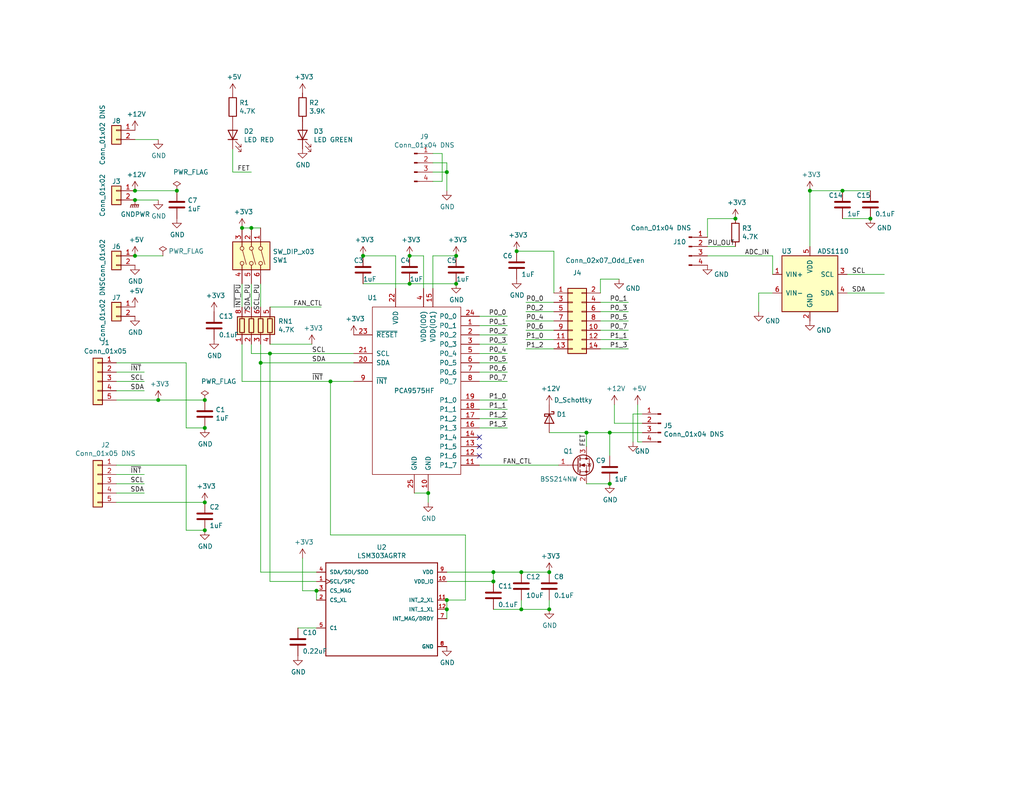
<source format=kicad_sch>
(kicad_sch (version 20230121) (generator eeschema)
  (paper "USLetter")
  (title_block (title "GPIO + Fan Controller + Accelerometer + Temp + Magnetic") (date "2020-12-29") (rev "1.6") (comment 1 "© 2020 Aaron Williams"))
  (lib_symbols
    (symbol "Analog_ADC:ADS1110" (pin_names (offset 1.016))
      (property "Reference" "U" (at -7.62 8.89 0))
      (property "Value" "ADS1110" (at 1.27 8.89 0))
      (symbol "ADS1110_1_1"
        (pin input line (at -10.16 2.54 0) (length 2.54) (name "VIN+") (number "1"))
        (pin power_in line (at 0 -10.16 90) (length 2.54) (name "GND") (number "2"))
        (pin input line (at 10.16 2.54 180) (length 2.54) (name "SCL") (number "3"))
        (pin bidirectional line (at 10.16 -2.54 180) (length 2.54) (name "SDA") (number "4"))
        (pin power_in line (at 0 10.16 270) (length 2.54) (name "VDD") (number "5"))
        (pin input line (at -10.16 -2.54 0) (length 2.54) (name "VIN-") (number "6"))
      )
    )
    (symbol "Connector_Generic:Conn_01x02" (pin_names (offset 1.016) hide)
      (property "Reference" "J" (at 0 2.54 0))
      (property "Value" "Conn_01x02" (at 0 -5.08 0))
      (symbol "Conn_01x02_1_1"
        (pin passive line (at -5.08 0 0) (length 3.81) (name "Pin_1") (number "1"))
        (pin passive line (at -5.08 -2.54 0) (length 3.81) (name "Pin_2") (number "2"))
      )
    )
    (symbol "Connector_Generic:Conn_01x05" (pin_names (offset 1.016) hide)
      (property "Reference" "J" (at 0 7.62 0))
      (property "Value" "Conn_01x05" (at 0 -7.62 0))
      (symbol "Conn_01x05_1_1"
        (pin passive line (at -5.08 5.08 0) (length 3.81) (name "Pin_1") (number "1"))
        (pin passive line (at -5.08 2.54 0) (length 3.81) (name "Pin_2") (number "2"))
        (pin passive line (at -5.08 0 0) (length 3.81) (name "Pin_3") (number "3"))
        (pin passive line (at -5.08 -2.54 0) (length 3.81) (name "Pin_4") (number "4"))
        (pin passive line (at -5.08 -5.08 0) (length 3.81) (name "Pin_5") (number "5"))
      )
    )
    (symbol "Connector_Generic:Conn_02x07_Odd_Even" (pin_names (offset 1.016) hide)
      (property "Reference" "J" (at 1.27 10.16 0))
      (property "Value" "Conn_02x07_Odd_Even" (at 1.27 -10.16 0))
      (symbol "Conn_02x07_Odd_Even_1_1"
        (pin passive line (at -5.08 7.62 0) (length 3.81) (name "Pin_1") (number "1"))
        (pin passive line (at 7.62 -2.54 180) (length 3.81) (name "Pin_10") (number "10"))
        (pin passive line (at -5.08 -5.08 0) (length 3.81) (name "Pin_11") (number "11"))
        (pin passive line (at 7.62 -5.08 180) (length 3.81) (name "Pin_12") (number "12"))
        (pin passive line (at -5.08 -7.62 0) (length 3.81) (name "Pin_13") (number "13"))
        (pin passive line (at 7.62 -7.62 180) (length 3.81) (name "Pin_14") (number "14"))
        (pin passive line (at 7.62 7.62 180) (length 3.81) (name "Pin_2") (number "2"))
        (pin passive line (at -5.08 5.08 0) (length 3.81) (name "Pin_3") (number "3"))
        (pin passive line (at 7.62 5.08 180) (length 3.81) (name "Pin_4") (number "4"))
        (pin passive line (at -5.08 2.54 0) (length 3.81) (name "Pin_5") (number "5"))
        (pin passive line (at 7.62 2.54 180) (length 3.81) (name "Pin_6") (number "6"))
        (pin passive line (at -5.08 0 0) (length 3.81) (name "Pin_7") (number "7"))
        (pin passive line (at 7.62 0 180) (length 3.81) (name "Pin_8") (number "8"))
        (pin passive line (at -5.08 -2.54 0) (length 3.81) (name "Pin_9") (number "9"))
      )
    )
    (symbol "Device:C" (pin_numbers hide) (pin_names (offset 0.254))
      (property "Reference" "C" (at 0.635 2.54 0))
      (property "Value" "C" (at 0.635 -2.54 0))
      (symbol "C_1_1"
        (pin passive line (at 0 3.81 270) (length 2.794) (name "~") (number "1"))
        (pin passive line (at 0 -3.81 90) (length 2.794) (name "~") (number "2"))
      )
    )
    (symbol "Device:D_Schottky" (pin_numbers hide) (pin_names (offset 1.016) hide)
      (property "Reference" "D" (at 0 2.54 0))
      (property "Value" "D_Schottky" (at 0 -2.54 0))
      (symbol "D_Schottky_1_1"
        (pin passive line (at -3.81 0 0) (length 2.54) (name "K") (number "1"))
        (pin passive line (at 3.81 0 180) (length 2.54) (name "A") (number "2"))
      )
    )
    (symbol "Device:LED" (pin_numbers hide) (pin_names (offset 1.016) hide)
      (property "Reference" "D" (at 0 2.54 0))
      (property "Value" "LED" (at 0 -2.54 0))
      (symbol "LED_1_1"
        (pin passive line (at -3.81 0 0) (length 2.54) (name "K") (number "1"))
        (pin passive line (at 3.81 0 180) (length 2.54) (name "A") (number "2"))
      )
    )
    (symbol "Device:R" (pin_numbers hide) (pin_names (offset 0))
      (property "Reference" "R" (at 2.032 0 90))
      (property "Value" "R" (at 0 0 90))
      (symbol "R_1_1"
        (pin passive line (at 0 3.81 270) (length 1.27) (name "~") (number "1"))
        (pin passive line (at 0 -3.81 90) (length 1.27) (name "~") (number "2"))
      )
    )
    (symbol "Device:R_Pack04" (pin_names (offset 0) hide)
      (property "Reference" "RN" (at -7.62 0 90))
      (property "Value" "R_Pack04" (at 5.08 0 90))
      (symbol "R_Pack04_1_1"
        (pin passive line (at -5.08 -5.08 90) (length 2.54) (name "R1.1") (number "1"))
        (pin passive line (at -2.54 -5.08 90) (length 2.54) (name "R2.1") (number "2"))
        (pin passive line (at 0 -5.08 90) (length 2.54) (name "R3.1") (number "3"))
        (pin passive line (at 2.54 -5.08 90) (length 2.54) (name "R4.1") (number "4"))
        (pin passive line (at 2.54 5.08 270) (length 2.54) (name "R4.2") (number "5"))
        (pin passive line (at 0 5.08 270) (length 2.54) (name "R3.2") (number "6"))
        (pin passive line (at -2.54 5.08 270) (length 2.54) (name "R2.2") (number "7"))
        (pin passive line (at -5.08 5.08 270) (length 2.54) (name "R1.2") (number "8"))
      )
    )
    (symbol "Switch:SW_DIP_x03" (pin_names (offset 0) hide)
      (property "Reference" "SW" (at 0 8.89 0))
      (property "Value" "SW_DIP_x03" (at 0 -3.81 0))
      (symbol "SW_DIP_x03_1_1"
        (pin passive line (at -7.62 5.08 0) (length 5.08) (name "~") (number "1"))
        (pin passive line (at -7.62 2.54 0) (length 5.08) (name "~") (number "2"))
        (pin passive line (at -7.62 0 0) (length 5.08) (name "~") (number "3"))
        (pin passive line (at 7.62 0 180) (length 5.08) (name "~") (number "4"))
        (pin passive line (at 7.62 2.54 180) (length 5.08) (name "~") (number "5"))
        (pin passive line (at 7.62 5.08 180) (length 5.08) (name "~") (number "6"))
      )
    )
    (symbol "Transistor_FET:BSS214NW" (pin_names hide)
      (property "Reference" "Q" (at 5.08 1.905 0))
      (property "Value" "BSS214NW" (at 5.08 0 0))
      (symbol "BSS214NW_1_1"
        (pin input line (at -5.08 0 0) (length 2.54) (name "G") (number "1"))
        (pin passive line (at 2.54 -5.08 90) (length 2.54) (name "S") (number "2"))
        (pin passive line (at 2.54 5.08 270) (length 2.54) (name "D") (number "3"))
      )
    )
    (symbol "gpio-fan-rescue:+3.3V-power" (power) (pin_names (offset 0))
      (property "Value" "+3.3V-power" (at 0 3.556 0))
      (symbol "+3.3V-power_1_1"
        (pin power_in line (at 0 0 90) (length 0) hide (name "+3V3") (number "1"))
      )
    )
    (symbol "gpio-fan-rescue:Conn_01x04_Male-Connector" (pin_names (offset 1.016) hide)
      (property "Reference" "J" (at 0 5.08 0))
      (property "Value" "Connector_Conn_01x04_Male" (at 0 -7.62 0))
      (symbol "Conn_01x04_Male-Connector_1_1"
        (pin passive line (at 5.08 2.54 180) (length 3.81) (name "Pin_1") (number "1"))
        (pin passive line (at 5.08 0 180) (length 3.81) (name "Pin_2") (number "2"))
        (pin passive line (at 5.08 -2.54 180) (length 3.81) (name "Pin_3") (number "3"))
        (pin passive line (at 5.08 -5.08 180) (length 3.81) (name "Pin_4") (number "4"))
      )
    )
    (symbol "gpio-fan-rescue:LSM303AGRTR-Aaron" (pin_names (offset 1.016))
      (property "Reference" "U" (at -15.2908 13.2588 0))
      (property "Value" "Aaron_LSM303AGRTR" (at -15.2908 -15.0876 0))
      (symbol "LSM303AGRTR-Aaron_0_0"
        (pin bidirectional clock (at -17.78 7.62 0) (length 2.54) (name "SCL/SPC") (number "1"))
        (pin power_in line (at 17.78 7.62 180) (length 2.54) (name "VDD_IO") (number "10"))
        (pin output line (at 17.78 2.54 180) (length 2.54) (name "INT_2_XL") (number "11"))
        (pin output line (at 17.78 0 180) (length 2.54) (name "INT_1_XL") (number "12"))
        (pin input line (at -17.78 2.54 0) (length 2.54) (name "CS_XL") (number "2"))
        (pin input line (at -17.78 5.08 0) (length 2.54) (name "CS_MAG") (number "3"))
        (pin bidirectional line (at -17.78 10.16 0) (length 2.54) (name "SDA/SDI/SDO") (number "4"))
        (pin passive line (at -17.78 -5.08 0) (length 2.54) (name "C1") (number "5"))
        (pin power_in line (at 17.78 -10.16 180) (length 2.54) (name "GND") (number "6"))
        (pin output line (at 17.78 -2.54 180) (length 2.54) (name "INT_MAG/DRDY") (number "7"))
        (pin power_in line (at 17.78 -10.16 180) (length 2.54) (name "GND") (number "8"))
        (pin power_in line (at 17.78 10.16 180) (length 2.54) (name "VDD") (number "9"))
      )
    )
    (symbol "gpio-fan-rescue:PCA9575HF-Aaron" (pin_names (offset 1.016))
      (property "Reference" "U" (at -11.43 24.13 0))
      (property "Value" "Aaron_PCA9575HF" (at 0 0 0))
      (symbol "PCA9575HF-Aaron_1_1"
        (pin bidirectional line (at 17.78 17.78 180) (length 5.08) (name "P0_1") (number "1"))
        (pin power_in line (at 3.81 -27.94 90) (length 5.08) (name "GND") (number "10"))
        (pin bidirectional line (at 17.78 -20.32 180) (length 5.08) (name "P1_7") (number "11"))
        (pin bidirectional line (at 17.78 -17.78 180) (length 5.08) (name "P1_6") (number "12"))
        (pin bidirectional line (at 17.78 -15.24 180) (length 5.08) (name "P1_5") (number "13"))
        (pin bidirectional line (at 17.78 -12.7 180) (length 5.08) (name "P1_4") (number "14"))
        (pin power_in line (at 5.08 27.94 270) (length 5.08) (name "VDD(IO1)") (number "15"))
        (pin bidirectional line (at 17.78 -10.16 180) (length 5.08) (name "P1_3") (number "16"))
        (pin bidirectional line (at 17.78 -7.62 180) (length 5.08) (name "P1_2") (number "17"))
        (pin bidirectional line (at 17.78 -5.08 180) (length 5.08) (name "P1_1") (number "18"))
        (pin bidirectional line (at 17.78 -2.54 180) (length 5.08) (name "P1_0") (number "19"))
        (pin bidirectional line (at 17.78 15.24 180) (length 5.08) (name "P0_2") (number "2"))
        (pin bidirectional line (at -16.51 7.62 0) (length 5.08) (name "SDA") (number "20"))
        (pin input line (at -16.51 10.16 0) (length 5.08) (name "SCL") (number "21"))
        (pin power_in line (at -5.08 27.94 270) (length 5.08) (name "VDD") (number "22"))
        (pin input line (at -16.51 15.24 0) (length 5.08) (name "~{RESET}") (number "23"))
        (pin bidirectional line (at 17.78 20.32 180) (length 5.08) (name "P0_0") (number "24"))
        (pin power_in line (at 0 -27.94 90) (length 5.08) (name "GND") (number "25"))
        (pin bidirectional line (at 17.78 12.7 180) (length 5.08) (name "P0_3") (number "3"))
        (pin power_in line (at 2.54 27.94 270) (length 5.08) (name "VDD(IO0)") (number "4"))
        (pin bidirectional line (at 17.78 10.16 180) (length 5.08) (name "P0_4") (number "5"))
        (pin bidirectional line (at 17.78 7.62 180) (length 5.08) (name "P0_5") (number "6"))
        (pin bidirectional line (at 17.78 5.08 180) (length 5.08) (name "P0_6") (number "7"))
        (pin bidirectional line (at 17.78 2.54 180) (length 5.08) (name "P0_7") (number "8"))
        (pin open_collector line (at -16.51 2.54 0) (length 5.08) (name "~{INT}") (number "9"))
      )
    )
    (symbol "power:+12V" (power) (pin_names (offset 0))
      (property "Value" "+12V" (at 0 3.556 0))
      (symbol "+12V_1_1"
        (pin power_in line (at 0 0 90) (length 0) hide (name "+12V") (number "1"))
      )
    )
    (symbol "power:+5V" (power) (pin_names (offset 0))
      (property "Value" "+5V" (at 0 3.556 0))
      (symbol "+5V_1_1"
        (pin power_in line (at 0 0 90) (length 0) hide (name "+5V") (number "1"))
      )
    )
    (symbol "power:GND" (power) (pin_names (offset 0))
      (property "Value" "GND" (at 0 -3.81 0))
      (symbol "GND_1_1"
        (pin power_in line (at 0 0 270) (length 0) hide (name "GND") (number "1"))
      )
    )
    (symbol "power:GNDPWR" (power) (pin_names (offset 0))
      (property "Value" "GNDPWR" (at 0 -3.302 0))
      (symbol "GNDPWR_1_1"
        (pin power_in line (at 0 0 270) (length 0) hide (name "GNDPWR") (number "1"))
      )
    )
    (symbol "power:PWR_FLAG" (power) (pin_numbers hide) (pin_names (offset 0) hide)
      (property "Value" "PWR_FLAG" (at 0 3.81 0))
      (symbol "PWR_FLAG_0_0"
        (pin power_out line (at 0 0 90) (length 0) (name "pwr") (number "1"))
      )
    )
  )
  (junction (at 237.49 59.69))
  (junction (at 149.86 166.37))
  (junction (at 36.83 54.61))
  (junction (at 140.97 68.58))
  (junction (at 68.58 62.23))
  (junction (at 55.88 116.84))
  (junction (at 121.92 46.99))
  (junction (at 160.02 118.11))
  (junction (at 142.24 166.37))
  (junction (at 111.76 77.47))
  (junction (at 90.17 104.14))
  (junction (at 55.88 137.16))
  (junction (at 43.18 109.22))
  (junction (at 229.87 52.07))
  (junction (at 111.76 69.85))
  (junction (at 71.12 99.06))
  (junction (at 121.92 163.83))
  (junction (at 149.86 156.21))
  (junction (at 73.66 96.52))
  (junction (at 220.98 52.07))
  (junction (at 86.36 161.29))
  (junction (at 200.66 59.69))
  (junction (at 124.46 77.47))
  (junction (at 121.92 166.37))
  (junction (at 55.88 144.78))
  (junction (at 36.83 69.85))
  (junction (at 166.37 118.11))
  (junction (at 36.83 52.07))
  (junction (at 124.46 69.85))
  (junction (at 142.24 156.21))
  (junction (at 66.04 62.23))
  (junction (at 48.26 52.07))
  (junction (at 134.62 158.75))
  (junction (at 116.84 134.62))
  (junction (at 166.37 132.08))
  (junction (at 99.06 69.85))
  (junction (at 55.88 109.22))
  (junction (at 134.62 156.21))
  (no_connect (at 130.81 124.46))
  (no_connect (at 130.81 121.92))
  (no_connect (at 130.81 119.38))
  (wire (pts (xy 130.81 114.3) (xy 138.43 114.3)))
  (wire (pts (xy 120.65 41.91) (xy 120.65 49.53)))
  (wire (pts (xy 66.04 77.47) (xy 66.04 83.82)))
  (wire (pts (xy 166.37 118.11) (xy 166.37 124.46)))
  (wire (pts (xy 121.92 158.75) (xy 134.62 158.75)))
  (wire (pts (xy 73.66 93.98) (xy 85.09 93.98)))
  (wire (pts (xy 63.5 46.99) (xy 68.58 46.99)))
  (wire (pts (xy 50.8 127) (xy 50.8 144.78)))
  (wire (pts (xy 71.12 99.06) (xy 71.12 156.21)))
  (wire (pts (xy 107.95 69.85) (xy 107.95 78.74)))
  (wire (pts (xy 73.66 158.75) (xy 86.36 158.75)))
  (wire (pts (xy 31.75 132.08) (xy 39.37 132.08)))
  (wire (pts (xy 173.99 120.65) (xy 175.26 120.65)))
  (wire (pts (xy 36.83 52.07) (xy 48.26 52.07)))
  (wire (pts (xy 118.11 69.85) (xy 124.46 69.85)))
  (wire (pts (xy 116.84 137.16) (xy 116.84 134.62)))
  (wire (pts (xy 167.64 115.57) (xy 175.26 115.57)))
  (wire (pts (xy 231.14 74.93) (xy 241.3 74.93)))
  (wire (pts (xy 55.88 109.22) (xy 43.18 109.22)))
  (wire (pts (xy 143.51 82.55) (xy 151.13 82.55)))
  (wire (pts (xy 31.75 134.62) (xy 39.37 134.62)))
  (wire (pts (xy 31.75 104.14) (xy 39.37 104.14)))
  (wire (pts (xy 130.81 91.44) (xy 138.43 91.44)))
  (wire (pts (xy 50.8 116.84) (xy 55.88 116.84)))
  (wire (pts (xy 31.75 127) (xy 50.8 127)))
  (wire (pts (xy 66.04 104.14) (xy 66.04 93.98)))
  (wire (pts (xy 73.66 83.82) (xy 87.63 83.82)))
  (wire (pts (xy 151.13 68.58) (xy 151.13 80.01)))
  (wire (pts (xy 241.3 80.01) (xy 231.14 80.01)))
  (wire (pts (xy 237.49 59.69) (xy 229.87 59.69)))
  (wire (pts (xy 130.81 99.06) (xy 138.43 99.06)))
  (wire (pts (xy 167.64 110.49) (xy 167.64 115.57)))
  (wire (pts (xy 130.81 111.76) (xy 138.43 111.76)))
  (wire (pts (xy 142.24 163.83) (xy 142.24 166.37)))
  (wire (pts (xy 31.75 129.54) (xy 39.37 129.54)))
  (wire (pts (xy 143.51 90.17) (xy 151.13 90.17)))
  (wire (pts (xy 127 163.83) (xy 121.92 163.83)))
  (wire (pts (xy 163.83 82.55) (xy 171.45 82.55)))
  (wire (pts (xy 130.81 86.36) (xy 138.43 86.36)))
  (wire (pts (xy 121.92 46.99) (xy 121.92 44.45)))
  (wire (pts (xy 207.01 80.01) (xy 210.82 80.01)))
  (wire (pts (xy 50.8 144.78) (xy 55.88 144.78)))
  (wire (pts (xy 99.06 69.85) (xy 107.95 69.85)))
  (wire (pts (xy 71.12 93.98) (xy 71.12 99.06)))
  (wire (pts (xy 66.04 104.14) (xy 90.17 104.14)))
  (wire (pts (xy 130.81 88.9) (xy 138.43 88.9)))
  (wire (pts (xy 149.86 166.37) (xy 142.24 166.37)))
  (wire (pts (xy 31.75 106.68) (xy 39.37 106.68)))
  (wire (pts (xy 163.83 95.25) (xy 171.45 95.25)))
  (wire (pts (xy 143.51 85.09) (xy 151.13 85.09)))
  (wire (pts (xy 207.01 85.09) (xy 207.01 80.01)))
  (wire (pts (xy 118.11 78.74) (xy 118.11 69.85)))
  (wire (pts (xy 82.55 152.4) (xy 82.55 161.29)))
  (wire (pts (xy 66.04 62.23) (xy 68.58 62.23)))
  (wire (pts (xy 143.51 87.63) (xy 151.13 87.63)))
  (wire (pts (xy 143.51 92.71) (xy 151.13 92.71)))
  (wire (pts (xy 163.83 92.71) (xy 171.45 92.71)))
  (wire (pts (xy 71.12 77.47) (xy 71.12 83.82)))
  (wire (pts (xy 134.62 156.21) (xy 142.24 156.21)))
  (wire (pts (xy 237.49 52.07) (xy 229.87 52.07)))
  (wire (pts (xy 118.11 46.99) (xy 121.92 46.99)))
  (wire (pts (xy 160.02 132.08) (xy 166.37 132.08)))
  (wire (pts (xy 115.57 78.74) (xy 115.57 69.85)))
  (wire (pts (xy 73.66 96.52) (xy 68.58 96.52)))
  (wire (pts (xy 31.75 99.06) (xy 50.8 99.06)))
  (wire (pts (xy 121.92 168.91) (xy 121.92 166.37)))
  (wire (pts (xy 149.86 163.83) (xy 149.86 166.37)))
  (wire (pts (xy 142.24 156.21) (xy 149.86 156.21)))
  (wire (pts (xy 152.4 127) (xy 130.81 127)))
  (wire (pts (xy 82.55 161.29) (xy 86.36 161.29)))
  (wire (pts (xy 121.92 52.07) (xy 121.92 46.99)))
  (wire (pts (xy 111.76 69.85) (xy 115.57 69.85)))
  (wire (pts (xy 73.66 96.52) (xy 73.66 158.75)))
  (wire (pts (xy 130.81 93.98) (xy 138.43 93.98)))
  (wire (pts (xy 111.76 77.47) (xy 99.06 77.47)))
  (wire (pts (xy 124.46 77.47) (xy 111.76 77.47)))
  (wire (pts (xy 43.18 38.1) (xy 36.83 38.1)))
  (wire (pts (xy 36.83 69.85) (xy 44.45 69.85)))
  (wire (pts (xy 140.97 68.58) (xy 151.13 68.58)))
  (wire (pts (xy 210.82 69.85) (xy 210.82 74.93)))
  (wire (pts (xy 63.5 40.64) (xy 63.5 46.99)))
  (wire (pts (xy 160.02 118.11) (xy 160.02 121.92)))
  (wire (pts (xy 160.02 118.11) (xy 149.86 118.11)))
  (wire (pts (xy 86.36 161.29) (xy 86.36 163.83)))
  (wire (pts (xy 127 146.05) (xy 127 163.83)))
  (wire (pts (xy 229.87 52.07) (xy 220.98 52.07)))
  (wire (pts (xy 121.92 166.37) (xy 121.92 163.83)))
  (wire (pts (xy 118.11 44.45) (xy 121.92 44.45)))
  (wire (pts (xy 90.17 104.14) (xy 96.52 104.14)))
  (wire (pts (xy 130.81 109.22) (xy 138.43 109.22)))
  (wire (pts (xy 130.81 116.84) (xy 138.43 116.84)))
  (wire (pts (xy 130.81 104.14) (xy 138.43 104.14)))
  (wire (pts (xy 163.83 87.63) (xy 171.45 87.63)))
  (wire (pts (xy 68.58 83.82) (xy 68.58 77.47)))
  (wire (pts (xy 121.92 156.21) (xy 134.62 156.21)))
  (wire (pts (xy 200.66 67.31) (xy 193.04 67.31)))
  (wire (pts (xy 166.37 118.11) (xy 160.02 118.11)))
  (wire (pts (xy 172.72 113.03) (xy 172.72 120.65)))
  (wire (pts (xy 31.75 109.22) (xy 43.18 109.22)))
  (wire (pts (xy 120.65 49.53) (xy 118.11 49.53)))
  (wire (pts (xy 130.81 96.52) (xy 138.43 96.52)))
  (wire (pts (xy 31.75 137.16) (xy 55.88 137.16)))
  (wire (pts (xy 172.72 113.03) (xy 175.26 113.03)))
  (wire (pts (xy 142.24 166.37) (xy 134.62 166.37)))
  (wire (pts (xy 130.81 101.6) (xy 138.43 101.6)))
  (wire (pts (xy 90.17 104.14) (xy 90.17 146.05)))
  (wire (pts (xy 116.84 134.62) (xy 113.03 134.62)))
  (wire (pts (xy 200.66 59.69) (xy 193.04 59.69)))
  (wire (pts (xy 31.75 101.6) (xy 39.37 101.6)))
  (wire (pts (xy 43.18 54.61) (xy 36.83 54.61)))
  (wire (pts (xy 86.36 171.45) (xy 81.28 171.45)))
  (wire (pts (xy 193.04 69.85) (xy 210.82 69.85)))
  (wire (pts (xy 90.17 146.05) (xy 127 146.05)))
  (wire (pts (xy 71.12 156.21) (xy 86.36 156.21)))
  (wire (pts (xy 166.37 118.11) (xy 175.26 118.11)))
  (wire (pts (xy 163.83 90.17) (xy 171.45 90.17)))
  (wire (pts (xy 220.98 52.07) (xy 220.98 67.31)))
  (wire (pts (xy 143.51 95.25) (xy 151.13 95.25)))
  (wire (pts (xy 163.83 76.2) (xy 163.83 80.01)))
  (wire (pts (xy 73.66 96.52) (xy 96.52 96.52)))
  (wire (pts (xy 68.58 96.52) (xy 68.58 93.98)))
  (wire (pts (xy 168.91 76.2) (xy 163.83 76.2)))
  (wire (pts (xy 71.12 62.23) (xy 68.58 62.23)))
  (wire (pts (xy 71.12 99.06) (xy 96.52 99.06)))
  (wire (pts (xy 173.99 110.49) (xy 173.99 120.65)))
  (wire (pts (xy 163.83 85.09) (xy 171.45 85.09)))
  (wire (pts (xy 50.8 99.06) (xy 50.8 116.84)))
  (wire (pts (xy 193.04 59.69) (xy 193.04 64.77)))
  (wire (pts (xy 134.62 158.75) (xy 134.62 156.21)))
  (wire (pts (xy 118.11 41.91) (xy 120.65 41.91)))
  (label "P0_4" (at 133.35 96.52 0))
  (label "P0_5" (at 166.37 87.63 0))
  (label "SCL_PU" (at 71.12 77.47 270))
  (label "SDA" (at 85.09 99.06 0))
  (label "FET" (at 64.77 46.99 0))
  (label "P0_1" (at 166.37 82.55 0))
  (label "P0_7" (at 166.37 90.17 0))
  (label "PU_OUT" (at 193.04 67.31 0))
  (label "~{INT_PU}" (at 66.04 77.47 270))
  (label "SDA" (at 232.41 80.01 0))
  (label "P0_7" (at 133.35 104.14 0))
  (label "SCL" (at 35.56 132.08 0))
  (label "SDA" (at 35.56 134.62 0))
  (label "P1_0" (at 133.35 109.22 0))
  (label "FET" (at 160.02 121.92 90))
  (label "P0_2" (at 143.51 85.09 0))
  (label "P0_1" (at 133.35 88.9 0))
  (label "P1_2" (at 133.35 114.3 0))
  (label "SCL" (at 85.09 96.52 0))
  (label "P0_6" (at 133.35 101.6 0))
  (label "P1_2" (at 143.51 95.25 0))
  (label "P1_3" (at 133.35 116.84 0))
  (label "P1_3" (at 166.37 95.25 0))
  (label "P0_4" (at 143.51 87.63 0))
  (label "SDA_PU" (at 68.58 77.47 270))
  (label "P1_0" (at 143.51 92.71 0))
  (label "FAN_CTL" (at 80.01 83.82 0))
  (label "P1_1" (at 166.37 92.71 0))
  (label "P0_5" (at 133.35 99.06 0))
  (label "P0_6" (at 143.51 90.17 0))
  (label "~{INT}" (at 35.56 101.6 0))
  (label "P1_1" (at 133.35 111.76 0))
  (label "ADC_IN" (at 203.2 69.85 0))
  (label "SCL" (at 232.41 74.93 0))
  (label "P0_0" (at 133.35 86.36 0))
  (label "SDA" (at 35.56 106.68 0))
  (label "P0_0" (at 143.51 82.55 0))
  (label "P0_3" (at 133.35 93.98 0))
  (label "FAN_CTL" (at 137.16 127 0))
  (label "P0_3" (at 166.37 85.09 0))
  (label "P0_2" (at 133.35 91.44 0))
  (label "~{INT}" (at 35.56 129.54 0))
  (label "~{INT}" (at 85.09 104.14 0))
  (label "SCL" (at 35.56 104.14 0))
  (symbol (lib_id "gpio-fan-rescue:+3.3V-power") (at 149.86 156.21 0) (unit 1)
    (property "Reference" "#PWR0110" (effects hide))
    (property "Value" "+3.3V" (at 150.241 151.8158 0))
  )
  (symbol (lib_id "Device:C") (at 149.86 160.02 0) (unit 1)
    (property "Reference" "C8" (at 151.13 157.48 0) (effects (justify left)))
    (property "Value" "0.1uF" (at 151.13 162.56 0) (effects (justify left)))
    (property "Footprint" "Capacitor_SMD:C_0603_1608Metric" (effects hide))
    (property "MFR" "Samsung" (effects hide))
    (property "MPN" "CL10B105KA8NNNC" (effects hide))
    (property "SPR" "Digikey" (effects hide))
    (property "SPN" "1276-1184-1-ND" (effects hide))
    (property "SPURL" "-" (effects hide))
    (property "DESC" "-" (effects hide))
  )
  (symbol (lib_id "power:GND") (at 149.86 166.37 0) (unit 1)
    (property "Reference" "#PWR0112" (effects hide))
    (property "Value" "GND" (at 149.987 170.7642 0))
  )
  (symbol (lib_id "Connector_Generic:Conn_01x02") (at 31.75 52.07 0) (mirror y) (unit 1)
    (property "Reference" "J3" (at 31.75 49.53 0))
    (property "Value" "Conn_01x02" (at 27.94 53.34 90))
    (property "Footprint" "Connector_PinSocket_1.27mm:PinSocket_1x02_P1.27mm_Vertical" (effects hide))
    (property "Datasheet" "http://suddendocs.samtec.com/prints/slm-s.pdf" (effects hide))
    (property "MFR" "Samtec Inc." (effects hide))
    (property "MPN" "SLM-102-01-S-S" (effects hide))
    (property "SPR" "Digikey" (effects hide))
    (property "SPN" "SAM9931-ND" (effects hide))
    (property "SPURL" "https://www.digikey.com/products/en?mpart=SLM-102-01-S-S&v=612" (effects hide))
    (property "DESC" "-" (effects hide))
  )
  (symbol (lib_id "power:GND") (at 116.84 137.16 0) (unit 1)
    (property "Reference" "#PWR011" (effects hide))
    (property "Value" "GND" (at 116.967 141.5542 0))
  )
  (symbol (lib_id "power:+12V") (at 36.83 52.07 0) (unit 1)
    (property "Reference" "#PWR01" (effects hide))
    (property "Value" "+12V" (at 37.211 47.6758 0))
  )
  (symbol (lib_id "power:PWR_FLAG") (at 48.26 52.07 0) (unit 1)
    (property "Reference" "#FLG01" (effects hide))
    (property "Value" "PWR_FLAG" (at 52.07 46.99 0))
  )
  (symbol (lib_id "power:GNDPWR") (at 36.83 54.61 0) (unit 1)
    (property "Reference" "#PWR02" (effects hide))
    (property "Value" "GNDPWR" (at 36.9316 58.5216 0))
  )
  (symbol (lib_id "Transistor_FET:BSS214NW") (at 157.48 127 0) (unit 1)
    (property "Reference" "Q1" (at 153.67 123.19 0) (effects (justify left)))
    (property "Value" "BSS214NW" (at 147.32 130.81 0) (effects (justify left)))
    (property "Footprint" "Package_TO_SOT_SMD:SOT-323_SC-70" (effects hide))
    (property "Datasheet" "https://www.infineon.com/dgdl/Infineon-BSS214NW-DS-v02_02-en.pdf?fileId=db3a30431b3e89eb011b695aebc01bde" (effects hide))
    (property "MFR" "Infineon Technologies" (effects hide))
    (property "MPN" "BSS214NWH6327XTSA1" (effects hide))
    (property "SPR" "Digikey" (effects hide))
    (property "SPN" "BSS214NWH6327XTSA1CT-ND" (effects hide))
    (property "SPURL" "https://www.digikey.com/products/en/discrete-semiconductor-products/transistors-fets-mosfets-single/278?k=BSS214NW&k=&pkeyword=BSS214NW&sv=0&pv7=2&pv1989=0&sf=0&quantity=&ColumnSort=0&page=1&pageSize=500" (effects hide))
    (property "DESC" "-" (effects hide))
  )
  (symbol (lib_id "power:+12V") (at 149.86 110.49 0) (unit 1)
    (property "Reference" "#PWR015" (effects hide))
    (property "Value" "+12V" (at 150.241 106.0958 0))
  )
  (symbol (lib_id "power:GND") (at 172.72 120.65 0) (unit 1)
    (property "Reference" "#PWR017" (effects hide))
    (property "Value" "GND" (at 175.26 123.19 0))
  )
  (symbol (lib_id "power:GND") (at 166.37 132.08 0) (unit 1)
    (property "Reference" "#PWR016" (effects hide))
    (property "Value" "GND" (at 166.497 136.4742 0))
  )
  (symbol (lib_id "Connector_Generic:Conn_01x05") (at 26.67 104.14 0) (mirror y) (unit 1)
    (property "Reference" "J1" (at 28.7528 93.5482 0))
    (property "Value" "Conn_01x05" (at 28.7528 95.8596 0))
    (property "Footprint" "Connector_PinSocket_1.27mm:PinSocket_1x05_P1.27mm_Vertical" (effects hide))
    (property "Datasheet" "http://suddendocs.samtec.com/prints/slm-s.pdf" (effects hide))
    (property "MFR" "Samtec Inc." (effects hide))
    (property "MPN" "SLM-105-01-L-S" (effects hide))
    (property "SPR" "Digikey" (effects hide))
    (property "SPN" "SAM11788-ND" (effects hide))
    (property "SPURL" "https://www.digikey.com/product-detail/en/samtec-inc/SLM-105-01-L-S/SAM11788-ND/6691859" (effects hide))
    (property "DESC" "-" (effects hide))
  )
  (symbol (lib_id "Device:C") (at 55.88 113.03 0) (unit 1)
    (property "Reference" "C1" (at 58.801 111.8616 0) (effects (justify left)))
    (property "Value" "1uF" (at 58.801 114.173 0) (effects (justify left)))
    (property "Footprint" "Capacitor_SMD:C_0603_1608Metric" (effects hide))
    (property "MFR" "Samsung" (effects hide))
    (property "MPN" "CL10B105KA8NNNC" (effects hide))
    (property "SPR" "Digikey" (effects hide))
    (property "SPN" "1276-1184-1-ND" (effects hide))
    (property "SPURL" "-" (effects hide))
    (property "DESC" "-" (effects hide))
  )
  (symbol (lib_id "gpio-fan-rescue:+3.3V-power") (at 43.18 109.22 0) (unit 1)
    (property "Reference" "#PWR03" (effects hide))
    (property "Value" "+3.3V" (at 43.561 104.8258 0))
  )
  (symbol (lib_id "power:PWR_FLAG") (at 55.88 109.22 0) (unit 1)
    (property "Reference" "#FLG02" (effects hide))
    (property "Value" "PWR_FLAG" (at 59.69 104.14 0))
  )
  (symbol (lib_id "power:GND") (at 55.88 116.84 0) (unit 1)
    (property "Reference" "#PWR05" (effects hide))
    (property "Value" "GND" (at 56.007 121.2342 0))
  )
  (symbol (lib_id "gpio-fan-rescue:PCA9575HF-Aaron") (at 113.03 106.68 0) (unit 1)
    (property "Reference" "U1" (at 101.6 81.28 0))
    (property "Value" "PCA9575HF" (at 113.03 106.68 0))
    (property "Footprint" "Package_DFN_QFN:Texas_S-PVQFN-N24_EP2.1x2.1mm" (effects hide))
    (property "Datasheet" "https://www.nxp.com/docs/en/data-sheet/PCA9575.pdf" (effects hide))
    (property "MFR" "NXP USA Inc." (effects hide))
    (property "MPN" "PCA9575HF,118" (effects hide))
    (property "SPR" "Digikey" (effects hide))
    (property "SPN" "568-4771-1-ND" (effects hide))
    (property "SPURL" "https://www.digikey.com/products/en/integrated-circuits-ics/interface-i-o-expanders/749?k=PCA9575HF&k=&pkeyword=PCA9575HF&sv=0&pv7=2&sf=0&quantity=&ColumnSort=0&page=1&stock=1&nstock=1&pageSize=500" (effects hide))
    (property "DESC" "-" (effects hide))
  )
  (symbol (lib_id "gpio-fan-rescue:+3.3V-power") (at 99.06 69.85 0) (unit 1)
    (property "Reference" "#PWR010" (effects hide))
    (property "Value" "+3.3V" (at 99.441 65.4558 0))
  )
  (symbol (lib_id "Device:C") (at 99.06 73.66 0) (unit 1)
    (property "Reference" "C3" (at 96.52 71.12 0) (effects (justify left)))
    (property "Value" "1uF" (at 99.06 76.2 0) (effects (justify left)))
    (property "Footprint" "Capacitor_SMD:C_0603_1608Metric" (effects hide))
    (property "MFR" "Samsung" (effects hide))
    (property "MPN" "CL10B105KA8NNNC" (effects hide))
    (property "SPR" "Digikey" (effects hide))
    (property "SPN" "1276-1184-1-ND" (effects hide))
    (property "SPURL" "-" (effects hide))
    (property "DESC" "-" (effects hide))
  )
  (symbol (lib_id "Device:C") (at 111.76 73.66 0) (unit 1)
    (property "Reference" "C4" (at 109.22 71.12 0) (effects (justify left)))
    (property "Value" "1uF" (at 111.76 76.2 0) (effects (justify left)))
    (property "Footprint" "Capacitor_SMD:C_0603_1608Metric" (effects hide))
    (property "MFR" "Samsung" (effects hide))
    (property "MPN" "CL10B105KA8NNNC" (effects hide))
    (property "SPR" "Digikey" (effects hide))
    (property "SPN" "1276-1184-1-ND" (effects hide))
    (property "SPURL" "-" (effects hide))
    (property "DESC" "-" (effects hide))
  )
  (symbol (lib_id "Device:C") (at 124.46 73.66 0) (unit 1)
    (property "Reference" "C5" (at 121.92 71.12 0) (effects (justify left)))
    (property "Value" "1uF" (at 124.46 76.2 0) (effects (justify left)))
    (property "Footprint" "Capacitor_SMD:C_0603_1608Metric" (effects hide))
    (property "MFR" "Samsung" (effects hide))
    (property "MPN" "CL10B105KA8NNNC" (effects hide))
    (property "SPR" "Digikey" (effects hide))
    (property "SPN" "1276-1184-1-ND" (effects hide))
    (property "SPURL" "-" (effects hide))
    (property "DESC" "-" (effects hide))
  )
  (symbol (lib_id "power:GND") (at 124.46 77.47 0) (unit 1)
    (property "Reference" "#PWR012" (effects hide))
    (property "Value" "GND" (at 124.587 81.8642 0))
  )
  (symbol (lib_id "gpio-fan-rescue:+3.3V-power") (at 96.52 91.44 0) (unit 1)
    (property "Reference" "#PWR09" (effects hide))
    (property "Value" "+3.3V" (at 96.901 87.0458 0))
  )
  (symbol (lib_id "Device:R_Pack04") (at 71.12 88.9 0) (unit 1)
    (property "Reference" "RN1" (at 75.8952 87.7316 0) (effects (justify left)))
    (property "Value" "4.7K" (at 75.8952 90.043 0) (effects (justify left)))
    (property "Footprint" "Resistor_SMD:R_Array_Convex_4x0603" (effects hide))
    (property "Datasheet" "https://www.bourns.com/docs/Product-Datasheets/CATCAY.pdf" (effects hide))
    (property "MFR" "Bourns Inc." (effects hide))
    (property "MPN" "CAY16-4701F4LF" (effects hide))
    (property "SPR" "Digikey" (effects hide))
    (property "SPN" "CAY16-4701F4LFCT-ND" (effects hide))
    (property "SPURL" "-" (effects hide))
    (property "DESC" "-" (effects hide))
  )
  (symbol (lib_id "gpio-fan-rescue:+3.3V-power") (at 66.04 62.23 0) (unit 1)
    (property "Reference" "#PWR07" (effects hide))
    (property "Value" "+3.3V" (at 66.421 57.8358 0))
  )
  (symbol (lib_id "gpio-fan-rescue:+3.3V-power") (at 85.09 93.98 0) (unit 1)
    (property "Reference" "#PWR08" (effects hide))
    (property "Value" "+3.3V" (at 85.471 89.5858 0))
  )
  (symbol (lib_id "Connector_Generic:Conn_02x07_Odd_Even") (at 156.21 87.63 0) (unit 1)
    (property "Reference" "J4" (at 157.48 74.4982 0))
    (property "Value" "Conn_02x07_Odd_Even" (at 165.1 71.12 0))
    (property "Footprint" "Connector_PinHeader_2.54mm:PinHeader_2x07_P2.54mm_Horizontal" (effects hide))
    (property "Datasheet" "http://adam-tech.com/downloader.php?p=BHR-XX-HUA-ML.pdf" (effects hide))
    (property "MFR" "Adam Tech" (effects hide))
    (property "MPN" "BHR-14-HUA-ML" (effects hide))
    (property "SPR" "Digikey" (effects hide))
    (property "SPN" "2057-BHR-14-HUA-ML-ND" (effects hide))
    (property "SPURL" "https://www.digikey.com/product-detail/en/adam-tech/BHR-14-HUA-ML/2057-BHR-14-HUA-ML-ND/9832592" (effects hide))
    (property "DESC" "-" (effects hide))
  )
  (symbol (lib_id "gpio-fan-rescue:+3.3V-power") (at 140.97 68.58 0) (unit 1)
    (property "Reference" "#PWR013" (effects hide))
    (property "Value" "+3.3V" (at 141.351 64.1858 0))
  )
  (symbol (lib_id "power:GND") (at 168.91 76.2 0) (unit 1)
    (property "Reference" "#PWR018" (effects hide))
    (property "Value" "GND" (at 172.72 78.74 0))
  )
  (symbol (lib_id "Device:C") (at 140.97 72.39 0) (unit 1)
    (property "Reference" "C6" (at 137.16 69.85 0) (effects (justify left)))
    (property "Value" "1uF" (at 142.24 74.93 0) (effects (justify left)))
    (property "Footprint" "Capacitor_SMD:C_0603_1608Metric" (effects hide))
    (property "MFR" "Samsung" (effects hide))
    (property "MPN" "CL10B105KA8NNNC" (effects hide))
    (property "SPR" "Digikey" (effects hide))
    (property "SPN" "1276-1184-1-ND" (effects hide))
    (property "SPURL" "-" (effects hide))
    (property "DESC" "-" (effects hide))
  )
  (symbol (lib_id "power:GND") (at 140.97 76.2 0) (unit 1)
    (property "Reference" "#PWR014" (effects hide))
    (property "Value" "GND" (at 141.097 80.5942 0))
  )
  (symbol (lib_id "Connector_Generic:Conn_01x05") (at 26.67 132.08 0) (mirror y) (unit 1)
    (property "Reference" "J2" (at 28.7528 121.4882 0))
    (property "Value" "Conn_01x05 DNS" (at 28.7528 123.7996 0))
    (property "Footprint" "Connector_PinHeader_2.54mm:PinHeader_1x05_P2.54mm_Vertical" (effects hide))
    (property "MFR" "-" (effects hide))
    (property "MPN" "-" (effects hide))
    (property "SPR" "-" (effects hide))
    (property "SPN" "-" (effects hide))
    (property "SPURL" "-" (effects hide))
  )
  (symbol (lib_id "Device:C") (at 55.88 140.97 0) (unit 1)
    (property "Reference" "C2" (at 57.15 138.43 0) (effects (justify left)))
    (property "Value" "1uF" (at 57.15 143.51 0) (effects (justify left)))
    (property "Footprint" "Capacitor_SMD:C_0603_1608Metric" (effects hide))
    (property "MFR" "Samsung" (effects hide))
    (property "MPN" "CL10B105KA8NNNC" (effects hide))
    (property "SPR" "Digikey" (effects hide))
    (property "SPN" "1276-1184-1-ND" (effects hide))
    (property "SPURL" "-" (effects hide))
    (property "DESC" "-" (effects hide))
  )
  (symbol (lib_id "gpio-fan-rescue:+3.3V-power") (at 55.88 137.16 0) (unit 1)
    (property "Reference" "#PWR04" (effects hide))
    (property "Value" "+3.3V" (at 56.261 132.7658 0))
  )
  (symbol (lib_id "power:GND") (at 55.88 144.78 0) (unit 1)
    (property "Reference" "#PWR06" (effects hide))
    (property "Value" "GND" (at 56.007 149.1742 0))
  )
  (symbol (lib_id "power:GND") (at 43.18 54.61 0) (unit 1)
    (property "Reference" "#PWR0101" (effects hide))
    (property "Value" "GND" (at 43.307 59.0042 0))
  )
  (symbol (lib_id "Connector_Generic:Conn_01x02") (at 31.75 69.85 0) (mirror y) (unit 1)
    (property "Reference" "J6" (at 31.75 67.31 0))
    (property "Value" "Conn_01x02" (at 27.94 71.12 90))
    (property "Footprint" "Connector_PinSocket_1.27mm:PinSocket_1x02_P1.27mm_Vertical" (effects hide))
    (property "Datasheet" "http://suddendocs.samtec.com/prints/slm-s.pdf" (effects hide))
    (property "MFR" "Samtec Inc." (effects hide))
    (property "MPN" "SLM-102-01-S-S" (effects hide))
    (property "SPR" "Digikey" (effects hide))
    (property "SPN" "SAM9931-ND" (effects hide))
    (property "SPURL" "https://www.digikey.com/products/en?mpart=SLM-102-01-S-S&v=612" (effects hide))
    (property "DESC" "-" (effects hide))
  )
  (symbol (lib_id "power:PWR_FLAG") (at 44.45 69.85 0) (unit 1)
    (property "Reference" "#FLG0101" (effects hide))
    (property "Value" "PWR_FLAG" (at 50.8 68.58 0))
  )
  (symbol (lib_id "power:+5V") (at 36.83 69.85 0) (unit 1)
    (property "Reference" "#PWR0102" (effects hide))
    (property "Value" "+5V" (at 37.211 65.4558 0))
  )
  (symbol (lib_id "power:GND") (at 36.83 72.39 0) (unit 1)
    (property "Reference" "#PWR0103" (effects hide))
    (property "Value" "GND" (at 36.957 76.7842 0))
  )
  (symbol (lib_id "Connector_Generic:Conn_01x02") (at 31.75 83.82 0) (mirror y) (unit 1)
    (property "Reference" "J7" (at 31.75 81.28 0))
    (property "Value" "Conn_01x02 DNS" (at 27.94 85.09 90))
    (property "Footprint" "Connector_PinHeader_1.27mm:PinHeader_1x02_P1.27mm_Vertical" (effects hide))
    (property "MFR" "-" (effects hide))
    (property "MPN" "-" (effects hide))
    (property "SPR" "-" (effects hide))
    (property "SPN" "-" (effects hide))
    (property "SPURL" "-" (effects hide))
  )
  (symbol (lib_id "power:+5V") (at 36.83 83.82 0) (unit 1)
    (property "Reference" "#PWR0104" (effects hide))
    (property "Value" "+5V" (at 37.211 79.4258 0))
  )
  (symbol (lib_id "power:GND") (at 36.83 86.36 0) (unit 1)
    (property "Reference" "#PWR0105" (effects hide))
    (property "Value" "GND" (at 36.957 90.7542 0))
  )
  (symbol (lib_id "Connector_Generic:Conn_01x02") (at 31.75 35.56 0) (mirror y) (unit 1)
    (property "Reference" "J8" (at 31.75 33.02 0))
    (property "Value" "Conn_01x02 DNS" (at 27.94 36.83 90))
    (property "Footprint" "Connector_PinHeader_2.54mm:PinHeader_1x02_P2.54mm_Vertical" (effects hide))
    (property "MFR" "-" (effects hide))
    (property "MPN" "-" (effects hide))
    (property "SPR" "-" (effects hide))
    (property "SPN" "-" (effects hide))
    (property "SPURL" "-" (effects hide))
  )
  (symbol (lib_id "power:+12V") (at 36.83 35.56 0) (unit 1)
    (property "Reference" "#PWR0106" (effects hide))
    (property "Value" "+12V" (at 37.211 31.1658 0))
  )
  (symbol (lib_id "power:GND") (at 43.18 38.1 0) (unit 1)
    (property "Reference" "#PWR0107" (effects hide))
    (property "Value" "GND" (at 43.307 42.4942 0))
  )
  (symbol (lib_id "Switch:SW_DIP_x03") (at 66.04 69.85 270) (unit 1)
    (property "Reference" "SW1" (at 74.422 71.0184 90) (effects (justify left)))
    (property "Value" "SW_DIP_x03" (at 74.422 68.707 90) (effects (justify left)))
    (property "Footprint" "Aaron:SW_DIP_SPSTx03_Slide_Wurth_416131160803_8.89x4.98mm_W2.65mm_P1.27mm" (effects hide))
    (property "Datasheet" "https://katalog.we-online.de/em/datasheet/4161311608xx.pdf" (effects hide))
    (property "MFR" "Würth Elektronik" (effects hide))
    (property "MPN" "416131160803" (effects hide))
    (property "SPR" "Digikey" (effects hide))
    (property "SPN" "732-3853-1-ND" (effects hide))
    (property "SPURL" "https://www.digikey.com/products/en/switches/dip-switches/194?k=416131160803&k=&pkeyword=416131160803&sv=0&pv7=2&sf=0&quantity=&ColumnSort=0&page=1&stock=1&nstock=1&pageSize=500" (effects hide))
    (property "DESC" "-" (effects hide))
  )
  (symbol (lib_id "gpio-fan-rescue:Conn_01x04_Male-Connector") (at 180.34 115.57 0) (mirror y) (unit 1)
    (property "Reference" "J5" (at 181.0512 116.2304 0) (effects (justify right)))
    (property "Value" "Conn_01x04 DNS" (at 181.0512 118.5418 0) (effects (justify right)))
    (property "Footprint" "Connector_PinHeader_2.54mm:PinHeader_1x04_P2.54mm_Vertical" (effects hide))
    (property "Datasheet" "https://www.molex.com/pdm_docs/ps/1719710000-PS-000.pdf" (effects hide))
    (property "MFR" "Molex" (effects hide))
    (property "MPN" "1719710104" (effects hide))
    (property "SPR" "Digikey" (effects hide))
    (property "SPN" "WM22651-ND" (effects hide))
    (property "SPURL" "https://www.digikey.com/product-detail/en/molex/1719710104/WM22651-ND/9564234" (effects hide))
    (property "DESC" "-" (effects hide))
  )
  (symbol (lib_id "power:+5V") (at 173.99 110.49 0) (unit 1)
    (property "Reference" "#PWR0118" (effects hide))
    (property "Value" "+5V" (at 174.371 106.0958 0))
  )
  (symbol (lib_id "Device:C") (at 166.37 128.27 0) (unit 1)
    (property "Reference" "C9" (at 162.56 125.73 0) (effects (justify left)))
    (property "Value" "1uF" (at 167.64 130.81 0) (effects (justify left)))
    (property "Footprint" "Capacitor_SMD:C_0603_1608Metric" (effects hide))
    (property "MFR" "Samsung" (effects hide))
    (property "MPN" "CL10B105KA8NNNC" (effects hide))
    (property "SPR" "Digikey" (effects hide))
    (property "SPN" "1276-1184-1-ND" (effects hide))
    (property "SPURL" "-" (effects hide))
    (property "DESC" "-" (effects hide))
  )
  (symbol (lib_id "Device:C") (at 48.26 55.88 0) (unit 1)
    (property "Reference" "C7" (at 51.181 54.7116 0) (effects (justify left)))
    (property "Value" "1uF" (at 51.181 57.023 0) (effects (justify left)))
    (property "Footprint" "Capacitor_SMD:C_0603_1608Metric" (effects hide))
    (property "MFR" "Samsung" (effects hide))
    (property "MPN" "CL10B105KA8NNNC" (effects hide))
    (property "SPR" "Digikey" (effects hide))
    (property "SPN" "1276-1184-1-ND" (effects hide))
    (property "SPURL" "-" (effects hide))
    (property "DESC" "-" (effects hide))
  )
  (symbol (lib_id "power:GND") (at 48.26 59.69 0) (unit 1)
    (property "Reference" "#PWR0108" (effects hide))
    (property "Value" "GND" (at 48.387 64.0842 0))
  )
  (symbol (lib_id "Device:D_Schottky") (at 149.86 114.3 270) (unit 1)
    (property "Reference" "D1" (at 151.8666 113.1316 90) (effects (justify left)))
    (property "Value" "D_Schottky" (at 151.13 109.22 90) (effects (justify left)))
    (property "Footprint" "Diode_SMD:D_0603_1608Metric" (effects hide))
    (property "Datasheet" "https://toshiba.semicon-storage.com/info/docget.jsp?did=13923&prodName=CCS15S30" (effects hide))
    (property "MFR" "Toshiba Semiconductor and Storage" (effects hide))
    (property "MPN" "CCS15S30,L3F" (effects hide))
    (property "SPR" "Digikey" (effects hide))
    (property "SPN" "CCS15S30L3FCT-ND" (effects hide))
    (property "SPURL" "https://www.digikey.com/products/en/discrete-semiconductor-products/diodes-rectifiers-single/280?k=&pkeyword=&sv=0&pv7=2&sf=1&FV=16%7C39246%2C69%7C409393%2C96%7C400378%2C1989%7C0%2C-8%7C280%2Cmu400mV+%40+1A%7C2261&quantity=&ColumnSort=0&page=1&stock=1&nstock=1&pageSize=500" (effects hide))
    (property "DESC" "-" (effects hide))
  )
  (symbol (lib_id "power:+12V") (at 167.64 110.49 0) (unit 1)
    (property "Reference" "#PWR0109" (effects hide))
    (property "Value" "+12V" (at 168.021 106.0958 0))
  )
  (symbol (lib_id "power:+5V") (at 63.5 25.4 0) (unit 1)
    (property "Reference" "#PWR0115" (effects hide))
    (property "Value" "+5V" (at 63.881 21.0058 0))
  )
  (symbol (lib_id "Device:LED") (at 63.5 36.83 90) (unit 1)
    (property "Reference" "D2" (at 66.4972 35.8394 90) (effects (justify right)))
    (property "Value" "LED RED" (at 66.4972 38.1508 90) (effects (justify right)))
    (property "Footprint" "LED_SMD:LED_0603_1608Metric" (effects hide))
    (property "Datasheet" "https://katalog.we-online.de/led/datasheet/150060RS75000.pdf" (effects hide))
    (property "MFR" "Würth Elektronik" (effects hide))
    (property "MPN" "150060RS75000" (effects hide))
    (property "SPR" "Digikey" (effects hide))
    (property "SPN" "732-4978-1-ND" (effects hide))
    (property "SPURL" "https://www.digikey.com/products/en/optoelectronics/led-indication-discrete/105?k=150060RS75000&k=&pkeyword=150060RS75000&sv=0&pv7=2&sf=0&quantity=&ColumnSort=0&page=1&pageSize=500" (effects hide))
    (property "DESC" "-" (effects hide))
  )
  (symbol (lib_id "Device:R") (at 82.55 29.21 0) (unit 1)
    (property "Reference" "R2" (at 84.328 28.0416 0) (effects (justify left)))
    (property "Value" "3.9K" (at 84.328 30.353 0) (effects (justify left)))
    (property "Footprint" "Resistor_SMD:R_0603_1608Metric" (effects hide))
    (property "Datasheet" "https://www.yageo.com/upload/media/product/productsearch/datasheet/rchip/PYu-RC_Group_51_RoHS_L_10.pdf" (effects hide))
    (property "MFR" "Bourns Inc." (effects hide))
    (property "MPN" "CR0603-FX-3901ELF" (effects hide))
    (property "SPR" "Digikey" (effects hide))
    (property "SPN" "CR0603-FX-3901ELFCT-ND" (effects hide))
    (property "SPURL" "https://www.digikey.com/en/products/detail/bourns-inc/CR0603-FX-3901ELF/3783997" (effects hide))
    (property "DESC" "3.9 kOhms ±1% 0.1W, 1/10W Chip Resistor 0603 (1608 Metric) Moisture Resistant Thick Film" (effects hide))
  )
  (symbol (lib_id "Device:LED") (at 82.55 36.83 90) (unit 1)
    (property "Reference" "D3" (at 85.5472 35.8394 90) (effects (justify right)))
    (property "Value" "LED GREEN" (at 85.5472 38.1508 90) (effects (justify right)))
    (property "Footprint" "LED_SMD:LED_0603_1608Metric" (effects hide))
    (property "Datasheet" "https://www.we-online.de/web/en/index.php/download/media/07_electronic_components/download_center_1/application_notes_berichte/ano002_leds___the_future_of_horticultural_lighting/ANO002b_EN_LEDs_The_Future_of_Horticultural_Lighting.pdf" (effects hide))
    (property "MFR" "Würth Elektronik" (effects hide))
    (property "MPN" "150060GS55040" (effects hide))
    (property "SPR" "Digikey" (effects hide))
    (property "SPN" "732-12014-1-ND" (effects hide))
    (property "SPURL" "https://www.digikey.com/products/en/optoelectronics/led-indication-discrete/105?k=150060gs55040&k=&pkeyword=150060gs55040&sv=0&pv7=2&sf=0&quantity=&ColumnSort=0&page=1&pageSize=500" (effects hide))
    (property "DESC" "-" (effects hide))
  )
  (symbol (lib_id "gpio-fan-rescue:+3.3V-power") (at 82.55 25.4 0) (unit 1)
    (property "Reference" "#PWR0116" (effects hide))
    (property "Value" "+3.3V" (at 82.931 21.0058 0))
  )
  (symbol (lib_id "power:GND") (at 82.55 40.64 0) (unit 1)
    (property "Reference" "#PWR0117" (effects hide))
    (property "Value" "GND" (at 82.677 45.0342 0))
  )
  (symbol (lib_id "gpio-fan-rescue:+3.3V-power") (at 111.76 69.85 0) (unit 1)
    (property "Reference" "#PWR0113" (effects hide))
    (property "Value" "+3.3V" (at 112.141 65.4558 0))
  )
  (symbol (lib_id "gpio-fan-rescue:+3.3V-power") (at 124.46 69.85 0) (unit 1)
    (property "Reference" "#PWR0114" (effects hide))
    (property "Value" "+3.3V" (at 124.841 65.4558 0))
  )
  (symbol (lib_id "power:GND") (at 121.92 176.53 0) (unit 1)
    (property "Reference" "#PWR0119" (effects hide))
    (property "Value" "GND" (at 122.047 180.9242 0))
  )
  (symbol (lib_id "Device:C") (at 58.42 88.9 0) (unit 1)
    (property "Reference" "C13" (at 59.69 86.36 0) (effects (justify left)))
    (property "Value" "0.1uF" (at 59.69 91.44 0) (effects (justify left)))
    (property "Footprint" "Capacitor_SMD:C_0603_1608Metric" (effects hide))
    (property "MFR" "Samsung" (effects hide))
    (property "MPN" "CL10B105KA8NNNC" (effects hide))
    (property "SPR" "Digikey" (effects hide))
    (property "SPN" "1276-1184-1-ND" (effects hide))
    (property "SPURL" "-" (effects hide))
    (property "DESC" "-" (effects hide))
  )
  (symbol (lib_id "gpio-fan-rescue:+3.3V-power") (at 58.42 85.09 0) (unit 1)
    (property "Reference" "#PWR019" (effects hide))
    (property "Value" "+3.3V" (at 58.801 80.6958 0))
  )
  (symbol (lib_id "power:GND") (at 58.42 92.71 0) (unit 1)
    (property "Reference" "#PWR020" (effects hide))
    (property "Value" "GND" (at 58.547 97.1042 0))
  )
  (symbol (lib_id "gpio-fan-rescue:LSM303AGRTR-Aaron") (at 104.14 166.37 0) (unit 1)
    (property "Reference" "U2" (at 104.14 149.4282 0))
    (property "Value" "LSM303AGRTR" (at 104.14 151.7396 0))
    (property "Footprint" "Package_LGA:LGA-12_2x2mm_P0.5mm" (effects hide))
    (property "Datasheet" "https://www.st.com/resource/en/datasheet/lsm303agr.pdf" (effects hide))
    (property "Field4" "Ultra-compact high-performance e-compass 3D accelerometer and 3D magnetometer module" (effects hide))
    (property "Field5" "LSM303AGRTR" (effects hide))
    (property "Field6" "1.79 USD" (effects hide))
    (property "Field7" "STMicroelectronics" (effects hide))
    (property "Field8" "Good" (effects hide))
    (property "MFR" "STMicroelectronics" (effects hide))
    (property "MPN" "LSM303AGR" (effects hide))
    (property "SPR" "Mouser" (effects hide))
    (property "SPN" "511-LSM303AGRTR" (effects hide))
    (property "SPURL" "https://www.mouser.com/ProductDetail/STMicroelectronics/LSM303AGRTR?qs=sGAEpiMZZMt8xBNXJng%252BZJOBFDQLWUN69qetCYuhJ4yf7tma9G4CXA%3D%3D" (effects hide))
    (property "DESC" "Ultra-compact high-performance eCompass module: ultra-low-power 3D accelerometer and 3D magnetometer" (effects hide))
  )
  (symbol (lib_id "Device:C") (at 142.24 160.02 0) (unit 1)
    (property "Reference" "C12" (at 143.51 157.48 0) (effects (justify left)))
    (property "Value" "10uF" (at 143.51 162.56 0) (effects (justify left)))
    (property "Footprint" "Capacitor_SMD:C_0603_1608Metric" (effects hide))
    (property "MFR" "Samsung" (effects hide))
    (property "MPN" "CL10B105KA8NNNC" (effects hide))
    (property "SPR" "Digikey" (effects hide))
    (property "SPN" "1276-1184-1-ND" (effects hide))
    (property "SPURL" "-" (effects hide))
    (property "DESC" "-" (effects hide))
  )
  (symbol (lib_id "Device:C") (at 134.62 162.56 0) (unit 1)
    (property "Reference" "C11" (at 135.89 160.02 0) (effects (justify left)))
    (property "Value" "0.1uF" (at 135.89 165.1 0) (effects (justify left)))
    (property "Footprint" "Capacitor_SMD:C_0603_1608Metric" (effects hide))
    (property "MFR" "Samsung" (effects hide))
    (property "MPN" "CL10B105KA8NNNC" (effects hide))
    (property "SPR" "Digikey" (effects hide))
    (property "SPN" "1276-1184-1-ND" (effects hide))
    (property "SPURL" "-" (effects hide))
    (property "DESC" "-" (effects hide))
  )
  (symbol (lib_id "Device:C") (at 81.28 175.26 0) (unit 1)
    (property "Reference" "C10" (at 82.55 172.72 0) (effects (justify left)))
    (property "Value" "0.22uF" (at 82.55 177.8 0) (effects (justify left)))
    (property "Footprint" "Capacitor_SMD:C_0603_1608Metric" (effects hide))
    (property "MFR" "Samsung" (effects hide))
    (property "MPN" "CL10B105KA8NNNC" (effects hide))
    (property "SPR" "Digikey" (effects hide))
    (property "SPN" "1276-1184-1-ND" (effects hide))
    (property "SPURL" "-" (effects hide))
    (property "DESC" "-" (effects hide))
  )
  (symbol (lib_id "power:GND") (at 81.28 179.07 0) (unit 1)
    (property "Reference" "#PWR0111" (effects hide))
    (property "Value" "GND" (at 81.407 183.4642 0))
  )
  (symbol (lib_id "gpio-fan-rescue:+3.3V-power") (at 82.55 152.4 0) (unit 1)
    (property "Reference" "#PWR0120" (effects hide))
    (property "Value" "+3.3V" (at 82.931 148.0058 0))
  )
  (symbol (lib_id "power:GND") (at 121.92 52.07 0) (unit 1)
    (property "Reference" "#PWR022" (effects hide))
    (property "Value" "GND" (at 122.047 56.4642 0))
  )
  (symbol (lib_id "gpio-fan-rescue:Conn_01x04_Male-Connector") (at 113.03 44.45 0) (unit 1)
    (property "Reference" "J9" (at 115.7732 37.3126 0))
    (property "Value" "Conn_01x04 DNS" (at 115.7732 39.624 0))
    (property "Footprint" "Connector_PinHeader_2.54mm:PinHeader_1x04_P2.54mm_Vertical" (effects hide))
  )
  (symbol (lib_id "Analog_ADC:ADS1110") (at 220.98 77.47 0) (unit 1)
    (property "Reference" "U3" (at 214.63 68.58 0))
    (property "Value" "ADS1110" (at 227.33 68.58 0))
    (property "Footprint" "Package_TO_SOT_SMD:SOT-23-6" (effects hide))
    (property "Datasheet" "http://www.ti.com/lit/ds/symlink/ads1110.pdf" (effects hide))
    (property "MFR" "Texas Instruments" (effects hide))
    (property "MPN" "ADS1110A0IDBVR" (effects hide))
    (property "SPR" "Digikey" (effects hide))
    (property "SPN" "296-25890-1-ND" (effects hide))
    (property "SPURL" "https://www.digikey.com/en/products/detail/texas-instruments/ADS1110A0IDBVR/1689057" (effects hide))
    (property "DESC" "IC ADC 16BIT SIGMA-DELTA SOT23-6" (effects hide))
  )
  (symbol (lib_id "Device:C") (at 229.87 55.88 0) (unit 1)
    (property "Reference" "C14" (at 226.06 53.34 0) (effects (justify left)))
    (property "Value" "1uF" (at 231.14 58.42 0) (effects (justify left)))
    (property "Footprint" "Capacitor_SMD:C_0603_1608Metric" (effects hide))
    (property "MFR" "Samsung" (effects hide))
    (property "MPN" "CL10B105KA8NNNC" (effects hide))
    (property "SPR" "Digikey" (effects hide))
    (property "SPN" "1276-1184-1-ND" (effects hide))
    (property "SPURL" "-" (effects hide))
    (property "DESC" "-" (effects hide))
  )
  (symbol (lib_id "power:GND") (at 207.01 85.09 0) (unit 1)
    (property "Reference" "#PWR0121" (effects hide))
    (property "Value" "GND" (at 210.82 87.63 0))
  )
  (symbol (lib_id "power:GND") (at 220.98 87.63 0) (unit 1)
    (property "Reference" "#PWR0122" (effects hide))
    (property "Value" "GND" (at 224.79 90.17 0))
  )
  (symbol (lib_id "gpio-fan-rescue:+3.3V-power") (at 220.98 52.07 0) (unit 1)
    (property "Reference" "#PWR0123" (effects hide))
    (property "Value" "+3.3V" (at 221.361 47.6758 0))
  )
  (symbol (lib_id "Device:C") (at 237.49 55.88 0) (unit 1)
    (property "Reference" "C15" (at 233.68 53.34 0) (effects (justify left)))
    (property "Value" "0.1uF" (at 238.76 58.42 0) (effects (justify left)))
    (property "Footprint" "Capacitor_SMD:C_0603_1608Metric" (effects hide))
    (property "MFR" "Samsung" (effects hide))
    (property "MPN" "CL10B105KA8NNNC" (effects hide))
    (property "SPR" "Digikey" (effects hide))
    (property "SPN" "1276-1184-1-ND" (effects hide))
    (property "SPURL" "-" (effects hide))
    (property "DESC" "-" (effects hide))
  )
  (symbol (lib_id "power:GND") (at 237.49 59.69 0) (unit 1)
    (property "Reference" "#PWR0124" (effects hide))
    (property "Value" "GND" (at 241.3 62.23 0))
  )
  (symbol (lib_id "gpio-fan-rescue:Conn_01x04_Male-Connector") (at 187.96 67.31 0) (unit 1)
    (property "Reference" "J10" (at 185.42 66.04 0))
    (property "Value" "Conn_01x04 DNS" (at 180.34 62.23 0))
    (property "Footprint" "Connector_PinHeader_1.27mm:PinHeader_1x04_P1.27mm_Vertical" (effects hide))
  )
  (symbol (lib_id "gpio-fan-rescue:+3.3V-power") (at 200.66 59.69 0) (unit 1)
    (property "Reference" "#PWR0125" (effects hide))
    (property "Value" "+3.3V" (at 201.041 55.2958 0))
  )
  (symbol (lib_id "Device:R") (at 200.66 63.5 0) (unit 1)
    (property "Reference" "R3" (at 202.438 62.3316 0) (effects (justify left)))
    (property "Value" "4.7K" (at 202.438 64.643 0) (effects (justify left)))
    (property "Footprint" "Resistor_SMD:R_0603_1608Metric" (effects hide))
    (property "Datasheet" "https://www.yageo.com/upload/media/product/productsearch/datasheet/rchip/PYu-RC_Group_51_RoHS_L_10.pdf" (effects hide))
    (property "MFR" "Yageo" (effects hide))
    (property "MPN" "RC0603FR-071KL" (effects hide))
    (property "SPR" "Digikey" (effects hide))
    (property "SPN" "311-1.00KHRCT-ND" (effects hide))
    (property "SPURL" "https://www.digikey.com/product-detail/en/yageo/RC0603FR-071KL/311-1.00KHRCT-ND/729790" (effects hide))
    (property "DESC" "RES SMD 1K OHM 1% 1/10W 0603" (effects hide))
  )
  (symbol (lib_id "power:GND") (at 193.04 72.39 0) (unit 1)
    (property "Reference" "#PWR0126" (effects hide))
    (property "Value" "GND" (at 196.85 74.93 0))
  )
  (symbol (lib_id "Device:R") (at 63.5 29.21 0) (unit 1)
    (property "Reference" "R1" (at 65.278 28.0416 0) (effects (justify left)))
    (property "Value" "4.7K" (at 65.278 30.353 0) (effects (justify left)))
    (property "Footprint" "Resistor_SMD:R_0603_1608Metric" (effects hide))
    (property "Datasheet" "https://www.yageo.com/upload/media/product/productsearch/datasheet/rchip/PYu-RC_Group_51_RoHS_L_10.pdf" (effects hide))
    (property "MFR" "Yageo" (effects hide))
    (property "MPN" "RC0603FR-071KL" (effects hide))
    (property "SPR" "Digikey" (effects hide))
    (property "SPN" "311-1.00KHRCT-ND" (effects hide))
    (property "SPURL" "https://www.digikey.com/product-detail/en/yageo/RC0603FR-071KL/311-1.00KHRCT-ND/729790" (effects hide))
    (property "DESC" "RES SMD 1K OHM 1% 1/10W 0603" (effects hide))
  )
)
</source>
